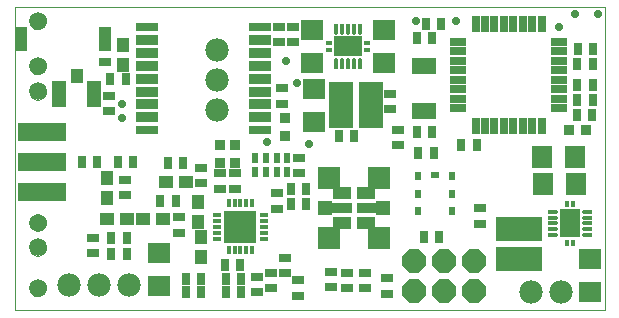
<source format=gts>
G75*
G70*
%OFA0B0*%
%FSLAX24Y24*%
%IPPOS*%
%LPD*%
%AMOC8*
5,1,8,0,0,1.08239X$1,22.5*
%
%ADD10C,0.0000*%
%ADD11C,0.0591*%
%ADD12R,0.0394X0.0316*%
%ADD13R,0.0316X0.0394*%
%ADD14R,0.0540X0.0260*%
%ADD15R,0.0260X0.0540*%
%ADD16R,0.0749X0.0355*%
%ADD17R,0.0749X0.0316*%
%ADD18R,0.0434X0.0827*%
%ADD19OC8,0.0780*%
%ADD20R,0.0434X0.0473*%
%ADD21R,0.0355X0.0355*%
%ADD22R,0.0453X0.0906*%
%ADD23R,0.0434X0.0453*%
%ADD24C,0.0780*%
%ADD25C,0.0138*%
%ADD26R,0.0118X0.0236*%
%ADD27R,0.0669X0.0965*%
%ADD28R,0.0299X0.0138*%
%ADD29R,0.1540X0.0800*%
%ADD30R,0.0749X0.0670*%
%ADD31R,0.0670X0.0749*%
%ADD32R,0.0236X0.0118*%
%ADD33R,0.0965X0.0669*%
%ADD34R,0.0138X0.0299*%
%ADD35R,0.0800X0.1540*%
%ADD36R,0.0740X0.0740*%
%ADD37R,0.0490X0.0490*%
%ADD38R,0.0740X0.0320*%
%ADD39R,0.0600X0.0390*%
%ADD40R,0.0827X0.0552*%
%ADD41R,0.0316X0.0138*%
%ADD42R,0.0138X0.0316*%
%ADD43R,0.1064X0.1064*%
%ADD44R,0.0473X0.0434*%
%ADD45R,0.1640X0.0640*%
%ADD46R,0.0237X0.0355*%
%ADD47C,0.0276*%
%ADD48R,0.0237X0.0276*%
%ADD49R,0.0276X0.0237*%
D10*
X000260Y000270D02*
X000260Y010370D01*
X019910Y010370D01*
X019910Y000270D01*
X000260Y000270D01*
X000734Y001020D02*
X000736Y001053D01*
X000742Y001085D01*
X000751Y001116D01*
X000764Y001146D01*
X000781Y001174D01*
X000801Y001200D01*
X000824Y001224D01*
X000849Y001244D01*
X000877Y001262D01*
X000906Y001276D01*
X000937Y001286D01*
X000969Y001293D01*
X001002Y001296D01*
X001035Y001295D01*
X001067Y001290D01*
X001098Y001281D01*
X001129Y001269D01*
X001157Y001253D01*
X001184Y001234D01*
X001208Y001212D01*
X001229Y001187D01*
X001248Y001160D01*
X001263Y001131D01*
X001274Y001101D01*
X001282Y001069D01*
X001286Y001036D01*
X001286Y001004D01*
X001282Y000971D01*
X001274Y000939D01*
X001263Y000909D01*
X001248Y000880D01*
X001229Y000853D01*
X001208Y000828D01*
X001184Y000806D01*
X001157Y000787D01*
X001129Y000771D01*
X001098Y000759D01*
X001067Y000750D01*
X001035Y000745D01*
X001002Y000744D01*
X000969Y000747D01*
X000937Y000754D01*
X000906Y000764D01*
X000877Y000778D01*
X000849Y000796D01*
X000824Y000816D01*
X000801Y000840D01*
X000781Y000866D01*
X000764Y000894D01*
X000751Y000924D01*
X000742Y000955D01*
X000736Y000987D01*
X000734Y001020D01*
X000734Y002370D02*
X000736Y002403D01*
X000742Y002435D01*
X000751Y002466D01*
X000764Y002496D01*
X000781Y002524D01*
X000801Y002550D01*
X000824Y002574D01*
X000849Y002594D01*
X000877Y002612D01*
X000906Y002626D01*
X000937Y002636D01*
X000969Y002643D01*
X001002Y002646D01*
X001035Y002645D01*
X001067Y002640D01*
X001098Y002631D01*
X001129Y002619D01*
X001157Y002603D01*
X001184Y002584D01*
X001208Y002562D01*
X001229Y002537D01*
X001248Y002510D01*
X001263Y002481D01*
X001274Y002451D01*
X001282Y002419D01*
X001286Y002386D01*
X001286Y002354D01*
X001282Y002321D01*
X001274Y002289D01*
X001263Y002259D01*
X001248Y002230D01*
X001229Y002203D01*
X001208Y002178D01*
X001184Y002156D01*
X001157Y002137D01*
X001129Y002121D01*
X001098Y002109D01*
X001067Y002100D01*
X001035Y002095D01*
X001002Y002094D01*
X000969Y002097D01*
X000937Y002104D01*
X000906Y002114D01*
X000877Y002128D01*
X000849Y002146D01*
X000824Y002166D01*
X000801Y002190D01*
X000781Y002216D01*
X000764Y002244D01*
X000751Y002274D01*
X000742Y002305D01*
X000736Y002337D01*
X000734Y002370D01*
X000734Y003200D02*
X000736Y003233D01*
X000742Y003265D01*
X000751Y003296D01*
X000764Y003326D01*
X000781Y003354D01*
X000801Y003380D01*
X000824Y003404D01*
X000849Y003424D01*
X000877Y003442D01*
X000906Y003456D01*
X000937Y003466D01*
X000969Y003473D01*
X001002Y003476D01*
X001035Y003475D01*
X001067Y003470D01*
X001098Y003461D01*
X001129Y003449D01*
X001157Y003433D01*
X001184Y003414D01*
X001208Y003392D01*
X001229Y003367D01*
X001248Y003340D01*
X001263Y003311D01*
X001274Y003281D01*
X001282Y003249D01*
X001286Y003216D01*
X001286Y003184D01*
X001282Y003151D01*
X001274Y003119D01*
X001263Y003089D01*
X001248Y003060D01*
X001229Y003033D01*
X001208Y003008D01*
X001184Y002986D01*
X001157Y002967D01*
X001129Y002951D01*
X001098Y002939D01*
X001067Y002930D01*
X001035Y002925D01*
X001002Y002924D01*
X000969Y002927D01*
X000937Y002934D01*
X000906Y002944D01*
X000877Y002958D01*
X000849Y002976D01*
X000824Y002996D01*
X000801Y003020D01*
X000781Y003046D01*
X000764Y003074D01*
X000751Y003104D01*
X000742Y003135D01*
X000736Y003167D01*
X000734Y003200D01*
X000734Y007570D02*
X000736Y007603D01*
X000742Y007635D01*
X000751Y007666D01*
X000764Y007696D01*
X000781Y007724D01*
X000801Y007750D01*
X000824Y007774D01*
X000849Y007794D01*
X000877Y007812D01*
X000906Y007826D01*
X000937Y007836D01*
X000969Y007843D01*
X001002Y007846D01*
X001035Y007845D01*
X001067Y007840D01*
X001098Y007831D01*
X001129Y007819D01*
X001157Y007803D01*
X001184Y007784D01*
X001208Y007762D01*
X001229Y007737D01*
X001248Y007710D01*
X001263Y007681D01*
X001274Y007651D01*
X001282Y007619D01*
X001286Y007586D01*
X001286Y007554D01*
X001282Y007521D01*
X001274Y007489D01*
X001263Y007459D01*
X001248Y007430D01*
X001229Y007403D01*
X001208Y007378D01*
X001184Y007356D01*
X001157Y007337D01*
X001129Y007321D01*
X001098Y007309D01*
X001067Y007300D01*
X001035Y007295D01*
X001002Y007294D01*
X000969Y007297D01*
X000937Y007304D01*
X000906Y007314D01*
X000877Y007328D01*
X000849Y007346D01*
X000824Y007366D01*
X000801Y007390D01*
X000781Y007416D01*
X000764Y007444D01*
X000751Y007474D01*
X000742Y007505D01*
X000736Y007537D01*
X000734Y007570D01*
X000734Y008420D02*
X000736Y008453D01*
X000742Y008485D01*
X000751Y008516D01*
X000764Y008546D01*
X000781Y008574D01*
X000801Y008600D01*
X000824Y008624D01*
X000849Y008644D01*
X000877Y008662D01*
X000906Y008676D01*
X000937Y008686D01*
X000969Y008693D01*
X001002Y008696D01*
X001035Y008695D01*
X001067Y008690D01*
X001098Y008681D01*
X001129Y008669D01*
X001157Y008653D01*
X001184Y008634D01*
X001208Y008612D01*
X001229Y008587D01*
X001248Y008560D01*
X001263Y008531D01*
X001274Y008501D01*
X001282Y008469D01*
X001286Y008436D01*
X001286Y008404D01*
X001282Y008371D01*
X001274Y008339D01*
X001263Y008309D01*
X001248Y008280D01*
X001229Y008253D01*
X001208Y008228D01*
X001184Y008206D01*
X001157Y008187D01*
X001129Y008171D01*
X001098Y008159D01*
X001067Y008150D01*
X001035Y008145D01*
X001002Y008144D01*
X000969Y008147D01*
X000937Y008154D01*
X000906Y008164D01*
X000877Y008178D01*
X000849Y008196D01*
X000824Y008216D01*
X000801Y008240D01*
X000781Y008266D01*
X000764Y008294D01*
X000751Y008324D01*
X000742Y008355D01*
X000736Y008387D01*
X000734Y008420D01*
X000734Y009920D02*
X000736Y009953D01*
X000742Y009985D01*
X000751Y010016D01*
X000764Y010046D01*
X000781Y010074D01*
X000801Y010100D01*
X000824Y010124D01*
X000849Y010144D01*
X000877Y010162D01*
X000906Y010176D01*
X000937Y010186D01*
X000969Y010193D01*
X001002Y010196D01*
X001035Y010195D01*
X001067Y010190D01*
X001098Y010181D01*
X001129Y010169D01*
X001157Y010153D01*
X001184Y010134D01*
X001208Y010112D01*
X001229Y010087D01*
X001248Y010060D01*
X001263Y010031D01*
X001274Y010001D01*
X001282Y009969D01*
X001286Y009936D01*
X001286Y009904D01*
X001282Y009871D01*
X001274Y009839D01*
X001263Y009809D01*
X001248Y009780D01*
X001229Y009753D01*
X001208Y009728D01*
X001184Y009706D01*
X001157Y009687D01*
X001129Y009671D01*
X001098Y009659D01*
X001067Y009650D01*
X001035Y009645D01*
X001002Y009644D01*
X000969Y009647D01*
X000937Y009654D01*
X000906Y009664D01*
X000877Y009678D01*
X000849Y009696D01*
X000824Y009716D01*
X000801Y009740D01*
X000781Y009766D01*
X000764Y009794D01*
X000751Y009824D01*
X000742Y009855D01*
X000736Y009887D01*
X000734Y009920D01*
D11*
X001010Y009920D03*
X001010Y008420D03*
X001010Y007570D03*
X001010Y003200D03*
X001010Y002370D03*
X001010Y001020D03*
D12*
X002845Y002179D03*
X002845Y002691D03*
X003925Y004104D03*
X003925Y004616D03*
X005735Y003371D03*
X005735Y002859D03*
X007075Y004329D03*
X007575Y004324D03*
X007575Y004836D03*
X007075Y004841D03*
X006445Y005031D03*
X006445Y004519D03*
X009005Y004171D03*
X009005Y003659D03*
X009725Y004849D03*
X009725Y005361D03*
X012760Y006969D03*
X012760Y007481D03*
X013030Y006291D03*
X013030Y005779D03*
X009160Y007164D03*
X009160Y007676D03*
X009060Y009214D03*
X009510Y009214D03*
X009510Y009726D03*
X009060Y009726D03*
X003245Y009056D03*
X003245Y008544D03*
X003405Y007431D03*
X003405Y006919D03*
X009255Y002031D03*
X009255Y001519D03*
X008800Y001516D03*
X008330Y001381D03*
X008800Y001004D03*
X008330Y000869D03*
X009675Y000759D03*
X009675Y001271D03*
X010775Y001034D03*
X011310Y001014D03*
X011910Y001014D03*
X012650Y000829D03*
X012650Y001341D03*
X011910Y001526D03*
X011310Y001526D03*
X010775Y001546D03*
X015755Y003159D03*
X015755Y003671D03*
D13*
X014406Y002720D03*
X013894Y002720D03*
X009961Y003825D03*
X009449Y003825D03*
X009449Y004315D03*
X009961Y004315D03*
X011054Y006070D03*
X011566Y006070D03*
X013654Y006220D03*
X014166Y006220D03*
X015134Y005800D03*
X015646Y005800D03*
X014211Y005525D03*
X013699Y005525D03*
X018994Y006780D03*
X019506Y006780D03*
X019511Y007285D03*
X018999Y007285D03*
X019004Y007800D03*
X019516Y007800D03*
X019516Y008470D03*
X019004Y008470D03*
X019009Y008985D03*
X019521Y008985D03*
X014466Y009830D03*
X013954Y009830D03*
X014161Y009350D03*
X013649Y009350D03*
X005871Y005185D03*
X005359Y005185D03*
X004201Y005215D03*
X003689Y005215D03*
X002986Y005215D03*
X002474Y005215D03*
X005104Y003925D03*
X005616Y003925D03*
X003981Y002700D03*
X003469Y002700D03*
X003469Y002160D03*
X003981Y002160D03*
X005954Y001330D03*
X006466Y001330D03*
X006466Y000890D03*
X005954Y000890D03*
X007279Y000890D03*
X007791Y000890D03*
X007791Y001330D03*
X007279Y001330D03*
X007249Y001795D03*
X007761Y001795D03*
X003951Y007970D03*
X003439Y007970D03*
D14*
X015020Y007963D03*
X015020Y008277D03*
X015020Y008592D03*
X015020Y008907D03*
X015020Y009222D03*
X015020Y007648D03*
X015020Y007333D03*
X015020Y007018D03*
X018400Y007018D03*
X018400Y007333D03*
X018400Y007648D03*
X018400Y007963D03*
X018400Y008277D03*
X018400Y008592D03*
X018400Y008907D03*
X018400Y009222D03*
D15*
X017812Y009810D03*
X017497Y009810D03*
X017182Y009810D03*
X016867Y009810D03*
X016553Y009810D03*
X016238Y009810D03*
X015923Y009810D03*
X015608Y009810D03*
X015608Y006430D03*
X015923Y006430D03*
X016238Y006430D03*
X016553Y006430D03*
X016867Y006430D03*
X017182Y006430D03*
X017497Y006430D03*
X017812Y006430D03*
D16*
X008409Y006701D03*
X008409Y007134D03*
X008409Y007567D03*
X008409Y008000D03*
X008409Y008433D03*
X008409Y008866D03*
X008409Y009300D03*
X004669Y009300D03*
X004669Y008866D03*
X004669Y008433D03*
X004669Y008000D03*
X004669Y007567D03*
X004669Y007134D03*
X004669Y006701D03*
D17*
X004669Y006288D03*
X008409Y006288D03*
X008409Y009713D03*
X004669Y009713D03*
D18*
X003260Y009320D03*
X000465Y009320D03*
D19*
X013560Y001920D03*
X014560Y001920D03*
X015560Y001920D03*
X015560Y000920D03*
X014560Y000920D03*
X013560Y000920D03*
D20*
X006455Y002040D03*
X006455Y002710D03*
X006365Y003225D03*
X006365Y003895D03*
X003310Y004020D03*
X003310Y004690D03*
X003860Y008435D03*
X003860Y009105D03*
D21*
X009265Y006670D03*
X009265Y006080D03*
X007575Y005790D03*
X007075Y005785D03*
X007075Y005195D03*
X007575Y005200D03*
X018715Y006270D03*
X019305Y006270D03*
D22*
X002891Y007490D03*
X001729Y007490D03*
D23*
X002310Y008091D03*
D24*
X006980Y007960D03*
X006980Y006960D03*
X006980Y008960D03*
X004060Y001110D03*
X003060Y001110D03*
X002060Y001110D03*
X017465Y000880D03*
X018465Y000880D03*
D25*
X018301Y002776D03*
X018301Y002973D03*
X018301Y003170D03*
X018301Y003367D03*
X018301Y003564D03*
X019219Y003564D03*
X019219Y003367D03*
X019219Y003170D03*
X019219Y002973D03*
X019219Y002776D03*
X011754Y008611D03*
X011557Y008611D03*
X011360Y008611D03*
X011163Y008611D03*
X010966Y008611D03*
X010966Y009529D03*
X011163Y009529D03*
X011360Y009529D03*
X011557Y009529D03*
X011754Y009529D03*
D26*
X018652Y003810D03*
X018868Y003810D03*
X018868Y002530D03*
X018652Y002530D03*
D27*
X018760Y003170D03*
D28*
X018152Y003170D03*
X018152Y002973D03*
X018152Y002776D03*
X018152Y003367D03*
X018152Y003564D03*
X019368Y003564D03*
X019368Y003367D03*
X019368Y003170D03*
X019368Y002973D03*
X019368Y002776D03*
D29*
X017060Y002970D03*
X017060Y001970D03*
D30*
X019410Y001971D03*
X019410Y000869D03*
X010225Y006534D03*
X010225Y007636D03*
X010160Y008519D03*
X010160Y009621D03*
X012560Y009621D03*
X012560Y008519D03*
X005045Y002176D03*
X005045Y001074D03*
D31*
X017809Y005370D03*
X018911Y005370D03*
X018961Y004470D03*
X017859Y004470D03*
D32*
X012000Y008962D03*
X012000Y009178D03*
X010720Y009178D03*
X010720Y008962D03*
D33*
X011360Y009070D03*
D34*
X011360Y008462D03*
X011163Y008462D03*
X010966Y008462D03*
X011557Y008462D03*
X011754Y008462D03*
X011754Y009678D03*
X011557Y009678D03*
X011360Y009678D03*
X011163Y009678D03*
X010966Y009678D03*
D35*
X011110Y007120D03*
X012110Y007120D03*
D36*
X012387Y004670D03*
X010733Y004670D03*
X010733Y002670D03*
X012387Y002670D03*
D37*
X012537Y003670D03*
X010583Y003670D03*
D38*
X011110Y003670D03*
X012010Y003670D03*
D39*
X011960Y004170D03*
X011160Y004170D03*
X011160Y003170D03*
X011960Y003170D03*
D40*
X013881Y006931D03*
X013881Y008427D03*
D41*
X008557Y003449D03*
X008557Y003252D03*
X008557Y003055D03*
X008557Y002858D03*
X008557Y002661D03*
X006983Y002661D03*
X006983Y002858D03*
X006983Y003055D03*
X006983Y003252D03*
X006983Y003449D03*
D42*
X007376Y003842D03*
X007573Y003842D03*
X007770Y003842D03*
X007967Y003842D03*
X008164Y003842D03*
X008164Y002268D03*
X007967Y002268D03*
X007770Y002268D03*
X007573Y002268D03*
X007376Y002268D03*
D43*
X007770Y003055D03*
D44*
X005190Y003315D03*
X004520Y003315D03*
X003985Y003310D03*
X003315Y003310D03*
X005290Y004565D03*
X005960Y004565D03*
D45*
X001170Y004210D03*
X001170Y005210D03*
X001170Y006210D03*
D46*
X008269Y005356D03*
X008623Y005356D03*
X008977Y005356D03*
X009331Y005356D03*
X009331Y004884D03*
X008977Y004884D03*
X008623Y004884D03*
X008269Y004884D03*
D47*
X008665Y005880D03*
X010060Y005815D03*
X009645Y007840D03*
X009285Y008580D03*
X013615Y009905D03*
X014970Y009930D03*
X018405Y009705D03*
X018935Y010135D03*
X019685Y010140D03*
X003820Y007135D03*
X003815Y006700D03*
D48*
X013674Y004751D03*
X013674Y004160D03*
X013674Y003569D03*
X014816Y003569D03*
X014816Y004160D03*
X014816Y004751D03*
D49*
X014245Y004770D03*
M02*

</source>
